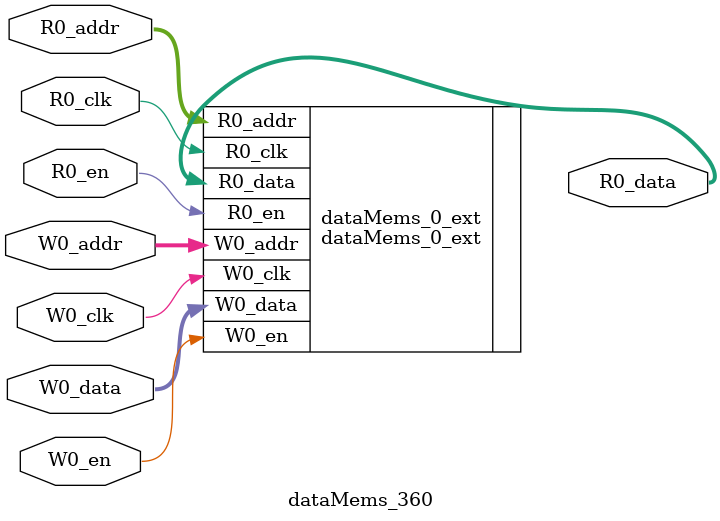
<source format=sv>
`ifndef RANDOMIZE
  `ifdef RANDOMIZE_REG_INIT
    `define RANDOMIZE
  `endif // RANDOMIZE_REG_INIT
`endif // not def RANDOMIZE
`ifndef RANDOMIZE
  `ifdef RANDOMIZE_MEM_INIT
    `define RANDOMIZE
  `endif // RANDOMIZE_MEM_INIT
`endif // not def RANDOMIZE

`ifndef RANDOM
  `define RANDOM $random
`endif // not def RANDOM

// Users can define 'PRINTF_COND' to add an extra gate to prints.
`ifndef PRINTF_COND_
  `ifdef PRINTF_COND
    `define PRINTF_COND_ (`PRINTF_COND)
  `else  // PRINTF_COND
    `define PRINTF_COND_ 1
  `endif // PRINTF_COND
`endif // not def PRINTF_COND_

// Users can define 'ASSERT_VERBOSE_COND' to add an extra gate to assert error printing.
`ifndef ASSERT_VERBOSE_COND_
  `ifdef ASSERT_VERBOSE_COND
    `define ASSERT_VERBOSE_COND_ (`ASSERT_VERBOSE_COND)
  `else  // ASSERT_VERBOSE_COND
    `define ASSERT_VERBOSE_COND_ 1
  `endif // ASSERT_VERBOSE_COND
`endif // not def ASSERT_VERBOSE_COND_

// Users can define 'STOP_COND' to add an extra gate to stop conditions.
`ifndef STOP_COND_
  `ifdef STOP_COND
    `define STOP_COND_ (`STOP_COND)
  `else  // STOP_COND
    `define STOP_COND_ 1
  `endif // STOP_COND
`endif // not def STOP_COND_

// Users can define INIT_RANDOM as general code that gets injected into the
// initializer block for modules with registers.
`ifndef INIT_RANDOM
  `define INIT_RANDOM
`endif // not def INIT_RANDOM

// If using random initialization, you can also define RANDOMIZE_DELAY to
// customize the delay used, otherwise 0.002 is used.
`ifndef RANDOMIZE_DELAY
  `define RANDOMIZE_DELAY 0.002
`endif // not def RANDOMIZE_DELAY

// Define INIT_RANDOM_PROLOG_ for use in our modules below.
`ifndef INIT_RANDOM_PROLOG_
  `ifdef RANDOMIZE
    `ifdef VERILATOR
      `define INIT_RANDOM_PROLOG_ `INIT_RANDOM
    `else  // VERILATOR
      `define INIT_RANDOM_PROLOG_ `INIT_RANDOM #`RANDOMIZE_DELAY begin end
    `endif // VERILATOR
  `else  // RANDOMIZE
    `define INIT_RANDOM_PROLOG_
  `endif // RANDOMIZE
`endif // not def INIT_RANDOM_PROLOG_

// Include register initializers in init blocks unless synthesis is set
`ifndef SYNTHESIS
  `ifndef ENABLE_INITIAL_REG_
    `define ENABLE_INITIAL_REG_
  `endif // not def ENABLE_INITIAL_REG_
`endif // not def SYNTHESIS

// Include rmemory initializers in init blocks unless synthesis is set
`ifndef SYNTHESIS
  `ifndef ENABLE_INITIAL_MEM_
    `define ENABLE_INITIAL_MEM_
  `endif // not def ENABLE_INITIAL_MEM_
`endif // not def SYNTHESIS

module dataMems_360(	// @[generators/ara/src/main/scala/UnsafeAXI4ToTL.scala:365:62]
  input  [4:0]  R0_addr,
  input         R0_en,
  input         R0_clk,
  output [66:0] R0_data,
  input  [4:0]  W0_addr,
  input         W0_en,
  input         W0_clk,
  input  [66:0] W0_data
);

  dataMems_0_ext dataMems_0_ext (	// @[generators/ara/src/main/scala/UnsafeAXI4ToTL.scala:365:62]
    .R0_addr (R0_addr),
    .R0_en   (R0_en),
    .R0_clk  (R0_clk),
    .R0_data (R0_data),
    .W0_addr (W0_addr),
    .W0_en   (W0_en),
    .W0_clk  (W0_clk),
    .W0_data (W0_data)
  );
endmodule


</source>
